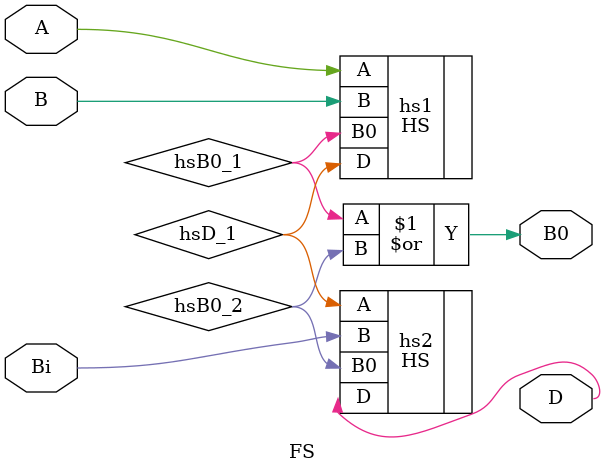
<source format=v>
`timescale 1ns / 1ps
module FS(input A,input B,input Bi,output reg D,output reg B0);
	
	wire hsD_1,hsB_1,hsB0_2;
	
	HS hs1(.A(A), .B(B), .D(hsD_1), .B0(hsB0_1));
	HS hs2(.A(hsD_1), .B(Bi), .D(D), .B0(hsB0_2));

	assign B0 = hsB0_1 | hsB0_2;


endmodule

</source>
